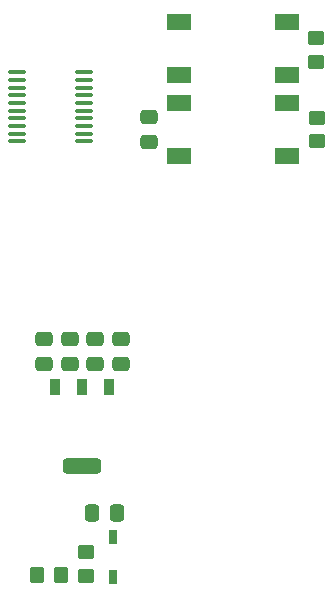
<source format=gbr>
%TF.GenerationSoftware,KiCad,Pcbnew,8.0.2*%
%TF.CreationDate,2025-03-09T15:23:07+01:00*%
%TF.ProjectId,WRadioLogo,57526164-696f-44c6-9f67-6f2e6b696361,rev?*%
%TF.SameCoordinates,Original*%
%TF.FileFunction,Paste,Bot*%
%TF.FilePolarity,Positive*%
%FSLAX46Y46*%
G04 Gerber Fmt 4.6, Leading zero omitted, Abs format (unit mm)*
G04 Created by KiCad (PCBNEW 8.0.2) date 2025-03-09 15:23:07*
%MOMM*%
%LPD*%
G01*
G04 APERTURE LIST*
G04 Aperture macros list*
%AMRoundRect*
0 Rectangle with rounded corners*
0 $1 Rounding radius*
0 $2 $3 $4 $5 $6 $7 $8 $9 X,Y pos of 4 corners*
0 Add a 4 corners polygon primitive as box body*
4,1,4,$2,$3,$4,$5,$6,$7,$8,$9,$2,$3,0*
0 Add four circle primitives for the rounded corners*
1,1,$1+$1,$2,$3*
1,1,$1+$1,$4,$5*
1,1,$1+$1,$6,$7*
1,1,$1+$1,$8,$9*
0 Add four rect primitives between the rounded corners*
20,1,$1+$1,$2,$3,$4,$5,0*
20,1,$1+$1,$4,$5,$6,$7,0*
20,1,$1+$1,$6,$7,$8,$9,0*
20,1,$1+$1,$8,$9,$2,$3,0*%
G04 Aperture macros list end*
%ADD10RoundRect,0.250000X0.475000X-0.337500X0.475000X0.337500X-0.475000X0.337500X-0.475000X-0.337500X0*%
%ADD11RoundRect,0.065100X-0.399900X0.589900X-0.399900X-0.589900X0.399900X-0.589900X0.399900X0.589900X0*%
%ADD12RoundRect,0.314400X-1.305600X0.340600X-1.305600X-0.340600X1.305600X-0.340600X1.305600X0.340600X0*%
%ADD13R,2.100000X1.400000*%
%ADD14RoundRect,0.250000X0.337500X0.475000X-0.337500X0.475000X-0.337500X-0.475000X0.337500X-0.475000X0*%
%ADD15RoundRect,0.250000X-0.450000X0.350000X-0.450000X-0.350000X0.450000X-0.350000X0.450000X0.350000X0*%
%ADD16RoundRect,0.100000X0.637500X0.100000X-0.637500X0.100000X-0.637500X-0.100000X0.637500X-0.100000X0*%
%ADD17R,0.730000X1.210000*%
%ADD18RoundRect,0.250000X0.450000X-0.350000X0.450000X0.350000X-0.450000X0.350000X-0.450000X-0.350000X0*%
%ADD19RoundRect,0.250000X0.350000X0.450000X-0.350000X0.450000X-0.350000X-0.450000X0.350000X-0.450000X0*%
G04 APERTURE END LIST*
D10*
%TO.C,C1*%
X137668000Y-122957500D03*
X137668000Y-120882500D03*
%TD*%
%TO.C,C4*%
X133350000Y-122957500D03*
X133350000Y-120882500D03*
%TD*%
%TO.C,C5*%
X142228500Y-104182500D03*
X142228500Y-102107500D03*
%TD*%
%TO.C,C2*%
X139827000Y-122957500D03*
X139827000Y-120882500D03*
%TD*%
D11*
%TO.C,U2*%
X134235000Y-124925000D03*
X136525000Y-124925000D03*
X138815000Y-124925000D03*
D12*
X136525000Y-131615000D03*
%TD*%
D13*
%TO.C,SW1*%
X153868500Y-100874000D03*
X144768500Y-100874000D03*
X153868500Y-105374000D03*
X144768500Y-105374000D03*
%TD*%
D14*
%TO.C,C7*%
X139467500Y-135636000D03*
X137392500Y-135636000D03*
%TD*%
D13*
%TO.C,SW2*%
X153880000Y-94052000D03*
X144780000Y-94052000D03*
X153880000Y-98552000D03*
X144780000Y-98552000D03*
%TD*%
D15*
%TO.C,R2*%
X156337000Y-95393000D03*
X156337000Y-97393000D03*
%TD*%
D16*
%TO.C,U1*%
X136720500Y-98294000D03*
X136720500Y-98944000D03*
X136720500Y-99594000D03*
X136720500Y-100244000D03*
X136720500Y-100894000D03*
X136720500Y-101544000D03*
X136720500Y-102194000D03*
X136720500Y-102844000D03*
X136720500Y-103494000D03*
X136720500Y-104144000D03*
X130995500Y-104144000D03*
X130995500Y-103494000D03*
X130995500Y-102844000D03*
X130995500Y-102194000D03*
X130995500Y-101544000D03*
X130995500Y-100894000D03*
X130995500Y-100244000D03*
X130995500Y-99594000D03*
X130995500Y-98944000D03*
X130995500Y-98294000D03*
%TD*%
D10*
%TO.C,C3*%
X135509000Y-122957500D03*
X135509000Y-120882500D03*
%TD*%
D17*
%TO.C,D77*%
X139192000Y-140999000D03*
X139192000Y-137639000D03*
%TD*%
D18*
%TO.C,R4*%
X136906000Y-140954000D03*
X136906000Y-138954000D03*
%TD*%
D15*
%TO.C,R1*%
X156452500Y-102145000D03*
X156452500Y-104145000D03*
%TD*%
D19*
%TO.C,R3*%
X134731000Y-140843000D03*
X132731000Y-140843000D03*
%TD*%
M02*

</source>
